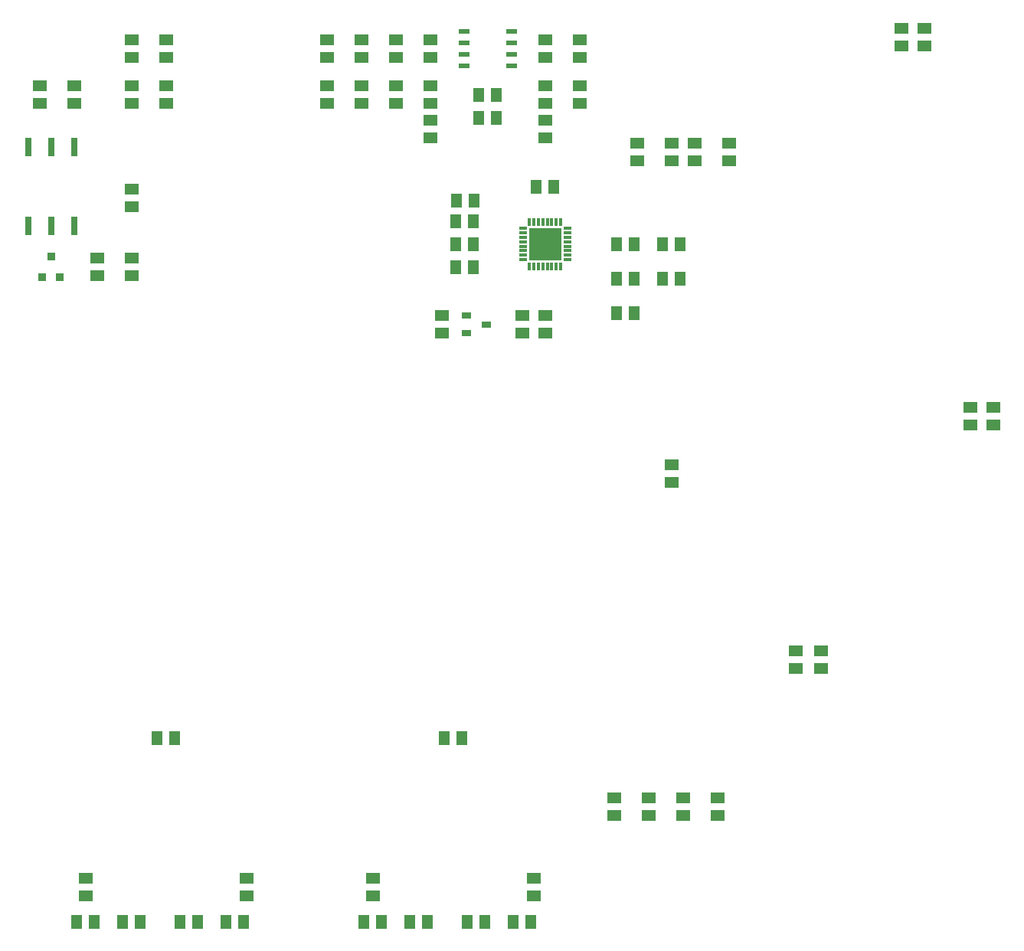
<source format=gbp>
G04*
G04 #@! TF.GenerationSoftware,Altium Limited,Altium Designer,20.0.13 (296)*
G04*
G04 Layer_Color=128*
%FSLAX25Y25*%
%MOIN*%
G70*
G01*
G75*
%ADD17R,0.05906X0.05118*%
%ADD43R,0.05118X0.05906*%
%ADD44R,0.14173X0.14173*%
%ADD45R,0.01181X0.03347*%
%ADD46R,0.03347X0.01181*%
%ADD47R,0.03543X0.03740*%
%ADD48R,0.03543X0.03740*%
%ADD49R,0.04134X0.02559*%
%ADD50R,0.03150X0.08071*%
G04:AMPARAMS|DCode=51|XSize=21.65mil|YSize=49.21mil|CornerRadius=1.95mil|HoleSize=0mil|Usage=FLASHONLY|Rotation=270.000|XOffset=0mil|YOffset=0mil|HoleType=Round|Shape=RoundedRectangle|*
%AMROUNDEDRECTD51*
21,1,0.02165,0.04532,0,0,270.0*
21,1,0.01776,0.04921,0,0,270.0*
1,1,0.00390,-0.02266,-0.00888*
1,1,0.00390,-0.02266,0.00888*
1,1,0.00390,0.02266,0.00888*
1,1,0.00390,0.02266,-0.00888*
%
%ADD51ROUNDEDRECTD51*%
D17*
X385000Y137740D02*
D03*
Y130260D02*
D03*
X374000Y137740D02*
D03*
Y130260D02*
D03*
X255000Y283740D02*
D03*
Y276260D02*
D03*
X170000Y383740D02*
D03*
Y376260D02*
D03*
X65000Y31260D02*
D03*
Y38740D02*
D03*
X135000Y31260D02*
D03*
Y38740D02*
D03*
X260000Y31260D02*
D03*
Y38740D02*
D03*
X190000Y31260D02*
D03*
Y38740D02*
D03*
X420000Y401260D02*
D03*
Y408740D02*
D03*
X430000D02*
D03*
Y401260D02*
D03*
X200000Y396260D02*
D03*
Y403740D02*
D03*
X215000D02*
D03*
Y396260D02*
D03*
X200000Y383740D02*
D03*
Y376260D02*
D03*
X215000Y383740D02*
D03*
Y376260D02*
D03*
X265000Y403740D02*
D03*
Y396260D02*
D03*
X280000D02*
D03*
Y403740D02*
D03*
X265000Y383740D02*
D03*
Y376260D02*
D03*
X280000Y383740D02*
D03*
Y376260D02*
D03*
X220000Y276260D02*
D03*
Y283740D02*
D03*
X215000Y361260D02*
D03*
Y368740D02*
D03*
X265000Y361260D02*
D03*
Y368740D02*
D03*
X100000Y383740D02*
D03*
Y376260D02*
D03*
X85000Y383740D02*
D03*
Y376260D02*
D03*
X185000Y383740D02*
D03*
Y376260D02*
D03*
X340000Y73740D02*
D03*
Y66260D02*
D03*
X310000Y73740D02*
D03*
Y66260D02*
D03*
X295000Y73740D02*
D03*
Y66260D02*
D03*
X325000Y73740D02*
D03*
Y66260D02*
D03*
X460000Y236260D02*
D03*
Y243740D02*
D03*
X450000Y236260D02*
D03*
Y243740D02*
D03*
X265000Y276260D02*
D03*
Y283740D02*
D03*
X45000Y383740D02*
D03*
Y376260D02*
D03*
X345000Y351260D02*
D03*
Y358740D02*
D03*
X330000D02*
D03*
Y351260D02*
D03*
X185000Y396260D02*
D03*
Y403740D02*
D03*
X170000Y396260D02*
D03*
Y403740D02*
D03*
X85000Y338740D02*
D03*
Y331260D02*
D03*
X70000Y301260D02*
D03*
Y308740D02*
D03*
X85000D02*
D03*
Y301260D02*
D03*
X60000Y383740D02*
D03*
Y376260D02*
D03*
X85000Y396260D02*
D03*
Y403740D02*
D03*
X100000Y396260D02*
D03*
Y403740D02*
D03*
X320000Y218740D02*
D03*
Y211260D02*
D03*
Y358740D02*
D03*
Y351260D02*
D03*
X305000D02*
D03*
Y358740D02*
D03*
D43*
X234000Y334000D02*
D03*
X226520D02*
D03*
X233740Y325000D02*
D03*
X226260D02*
D03*
Y305000D02*
D03*
X233740D02*
D03*
Y315000D02*
D03*
X226260D02*
D03*
X268740Y340000D02*
D03*
X261260D02*
D03*
X323740Y315000D02*
D03*
X316260D02*
D03*
X323740Y300000D02*
D03*
X316260D02*
D03*
X303740Y315000D02*
D03*
X296260D02*
D03*
X303740Y300000D02*
D03*
X296260D02*
D03*
X303740Y285000D02*
D03*
X296260D02*
D03*
X236260Y380000D02*
D03*
X243740D02*
D03*
X236260Y370000D02*
D03*
X243740D02*
D03*
X68740Y20000D02*
D03*
X61260D02*
D03*
X88740D02*
D03*
X81260D02*
D03*
X106260D02*
D03*
X113740D02*
D03*
X126260D02*
D03*
X133740D02*
D03*
X193740D02*
D03*
X186260D02*
D03*
X213740D02*
D03*
X206260D02*
D03*
X231260D02*
D03*
X238740D02*
D03*
X251260D02*
D03*
X258740D02*
D03*
X228740Y100000D02*
D03*
X221260D02*
D03*
X103740D02*
D03*
X96260D02*
D03*
D44*
X265000Y315000D02*
D03*
D45*
X258110Y305354D02*
D03*
X260079D02*
D03*
X262047D02*
D03*
X264016D02*
D03*
X265984D02*
D03*
X267953D02*
D03*
X269921D02*
D03*
X271890D02*
D03*
Y324646D02*
D03*
X269921D02*
D03*
X267953D02*
D03*
X265984D02*
D03*
X264016D02*
D03*
X262047D02*
D03*
X260079D02*
D03*
X258110D02*
D03*
D46*
X274646Y308110D02*
D03*
Y310079D02*
D03*
Y312047D02*
D03*
Y314016D02*
D03*
Y315984D02*
D03*
Y317953D02*
D03*
Y319921D02*
D03*
Y321890D02*
D03*
X255354D02*
D03*
Y319921D02*
D03*
Y317953D02*
D03*
Y315984D02*
D03*
Y314016D02*
D03*
Y312047D02*
D03*
Y310079D02*
D03*
Y308110D02*
D03*
D47*
X53740Y300374D02*
D03*
X50000Y309626D02*
D03*
D48*
X46260Y300374D02*
D03*
D49*
X230669Y276220D02*
D03*
Y283780D02*
D03*
X239331Y280000D02*
D03*
D50*
X60000Y357224D02*
D03*
X50000D02*
D03*
X40000D02*
D03*
Y322776D02*
D03*
X50000D02*
D03*
X60000D02*
D03*
D51*
X250335Y407500D02*
D03*
Y402500D02*
D03*
Y397500D02*
D03*
Y392500D02*
D03*
X229665Y407500D02*
D03*
Y402500D02*
D03*
Y397500D02*
D03*
Y392500D02*
D03*
M02*

</source>
